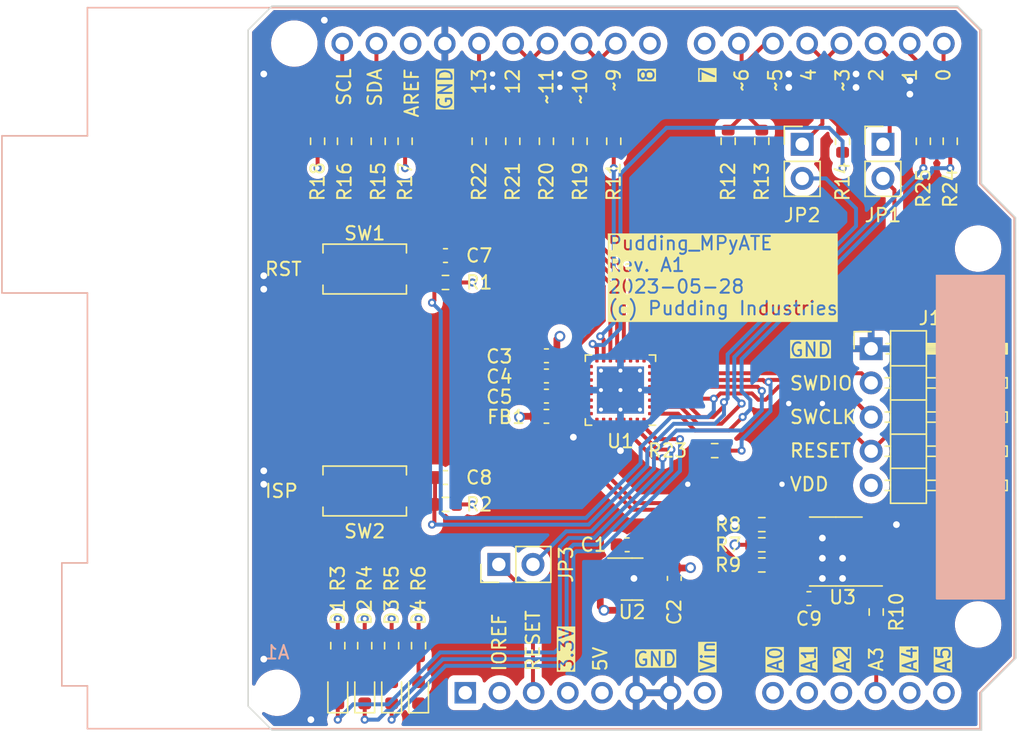
<source format=kicad_pcb>
(kicad_pcb (version 20221018) (generator pcbnew)

  (general
    (thickness 1.60623)
  )

  (paper "A4")
  (title_block
    (title "Pudding_MPyATE")
    (date "2023-05-28")
    (rev "A1")
    (company "Pudding Industries")
  )

  (layers
    (0 "F.Cu" signal)
    (1 "In1.Cu" signal)
    (2 "In2.Cu" signal)
    (31 "B.Cu" signal)
    (32 "B.Adhes" user "B.Adhesive")
    (33 "F.Adhes" user "F.Adhesive")
    (34 "B.Paste" user)
    (35 "F.Paste" user)
    (36 "B.SilkS" user "B.Silkscreen")
    (37 "F.SilkS" user "F.Silkscreen")
    (38 "B.Mask" user)
    (39 "F.Mask" user)
    (40 "Dwgs.User" user "User.Drawings")
    (41 "Cmts.User" user "User.Comments")
    (42 "Eco1.User" user "User.Eco1")
    (43 "Eco2.User" user "User.Eco2")
    (44 "Edge.Cuts" user)
    (45 "Margin" user)
    (46 "B.CrtYd" user "B.Courtyard")
    (47 "F.CrtYd" user "F.Courtyard")
    (48 "B.Fab" user)
    (49 "F.Fab" user)
    (50 "User.1" user)
    (51 "User.2" user)
    (52 "User.3" user)
    (53 "User.4" user)
    (54 "User.5" user)
    (55 "User.6" user)
    (56 "User.7" user)
    (57 "User.8" user)
    (58 "User.9" user)
  )

  (setup
    (stackup
      (layer "F.SilkS" (type "Top Silk Screen") (material "Direct Printing"))
      (layer "F.Paste" (type "Top Solder Paste"))
      (layer "F.Mask" (type "Top Solder Mask") (color "Green") (thickness 0.01) (material "Epoxy") (epsilon_r 3.8) (loss_tangent 0))
      (layer "F.Cu" (type "copper") (thickness 0.035052))
      (layer "dielectric 1" (type "prepreg") (color "FR4 natural") (thickness 0.210312 locked) (material "FR4") (epsilon_r 4.4) (loss_tangent 0.02))
      (layer "In1.Cu" (type "copper") (thickness 0.01524))
      (layer "dielectric 2" (type "core") (color "FR4 natural") (thickness 1.065022 locked) (material "FR4") (epsilon_r 4.48) (loss_tangent 0.02))
      (layer "In2.Cu" (type "copper") (thickness 0.01524))
      (layer "dielectric 3" (type "prepreg") (color "FR4 natural") (thickness 0.210312) (material "FR4") (epsilon_r 4.4) (loss_tangent 0.02))
      (layer "B.Cu" (type "copper") (thickness 0.035052))
      (layer "B.Mask" (type "Bottom Solder Mask") (thickness 0.01))
      (layer "B.Paste" (type "Bottom Solder Paste"))
      (layer "B.SilkS" (type "Bottom Silk Screen"))
      (copper_finish "HAL SnPb")
      (dielectric_constraints yes)
    )
    (pad_to_mask_clearance 0)
    (pcbplotparams
      (layerselection 0x00010fc_ffffffff)
      (plot_on_all_layers_selection 0x0000000_00000000)
      (disableapertmacros false)
      (usegerberextensions false)
      (usegerberattributes true)
      (usegerberadvancedattributes true)
      (creategerberjobfile true)
      (dashed_line_dash_ratio 12.000000)
      (dashed_line_gap_ratio 3.000000)
      (svgprecision 4)
      (plotframeref false)
      (viasonmask false)
      (mode 1)
      (useauxorigin false)
      (hpglpennumber 1)
      (hpglpenspeed 20)
      (hpglpendiameter 15.000000)
      (dxfpolygonmode true)
      (dxfimperialunits true)
      (dxfusepcbnewfont true)
      (psnegative false)
      (psa4output false)
      (plotreference true)
      (plotvalue true)
      (plotinvisibletext false)
      (sketchpadsonfab false)
      (subtractmaskfromsilk false)
      (outputformat 1)
      (mirror false)
      (drillshape 1)
      (scaleselection 1)
      (outputdirectory "")
    )
  )

  (net 0 "")
  (net 1 "unconnected-(A1-NC-Pad1)")
  (net 2 "unconnected-(A1-3V3-Pad4)")
  (net 3 "+5V")
  (net 4 "GND")
  (net 5 "unconnected-(A1-VIN-Pad8)")
  (net 6 "unconnected-(A1-A0-Pad9)")
  (net 7 "unconnected-(A1-A1-Pad10)")
  (net 8 "unconnected-(A1-A2-Pad11)")
  (net 9 "unconnected-(A1-SDA{slash}A4-Pad13)")
  (net 10 "unconnected-(A1-SCL{slash}A5-Pad14)")
  (net 11 "unconnected-(A1-D7-Pad22)")
  (net 12 "unconnected-(A1-D8-Pad23)")
  (net 13 "unconnected-(A1-AREF-Pad30)")
  (net 14 "VDD")
  (net 15 "unconnected-(U1-PIO0_25-Pad27)")
  (net 16 "unconnected-(U1-PIO0_21{slash}ACMP_I5-Pad10)")
  (net 17 "unconnected-(U1-PIO0_30-Pad21)")
  (net 18 "unconnected-(U1-PIO0_0{slash}ACMP_I1{slash}TDO-Pad24)")
  (net 19 "LPC_UART_RXD")
  (net 20 "LPC_UART_TXD")
  (net 21 "unconnected-(U2-NC-Pad4)")
  (net 22 "ARD_I2C_SDA")
  (net 23 "ARD_I2C_SCL")
  (net 24 "ARD_SPI_SCK")
  (net 25 "ARD_SPI_MISO")
  (net 26 "ARD_SPI_MOSI")
  (net 27 "ARD_SPI_CS")
  (net 28 "ARD_D9_PWM")
  (net 29 "ARD_D6_PWM")
  (net 30 "ARD_D5_PWM")
  (net 31 "ARD_LPC_ISP")
  (net 32 "ARD_D2_PWM")
  (net 33 "ARD_LPC_RST")
  (net 34 "ARD_UART_TXD")
  (net 35 "ARD_UART_RXD")
  (net 36 "ARD_ADC_IN")
  (net 37 "ARD_RST")
  (net 38 "ARD_IOREF")
  (net 39 "VDDA")
  (net 40 "LPC_RST")
  (net 41 "LPC_ISP")
  (net 42 "LPC_LED_R")
  (net 43 "Net-(D1-A)")
  (net 44 "LPC_LED_G")
  (net 45 "Net-(D2-A)")
  (net 46 "LPC_LED_B")
  (net 47 "Net-(D3-A)")
  (net 48 "Net-(D4-A)")
  (net 49 "LPC_SWDIO")
  (net 50 "LPC_SWCLK")
  (net 51 "LPC_ARD_RST")
  (net 52 "Net-(U3B-+)")
  (net 53 "OPA_ADC_IOREF")
  (net 54 "LPC_ADC_IOREF")
  (net 55 "OPA_DAC_OUT")
  (net 56 "LPC_IO3")
  (net 57 "LPC_IO2")
  (net 58 "LPC_IO1")
  (net 59 "LPC_IO0")
  (net 60 "LPC_I2C_SCL")
  (net 61 "LPC_I2C_SDA")
  (net 62 "LPC_SPI_CS")
  (net 63 "LPC_SPI_MOSI")
  (net 64 "LPC_SPI_MISO")
  (net 65 "LPC_SPI_SCK")
  (net 66 "LPC_DAC_OUT")
  (net 67 "unconnected-(U1-PIO0_24-Pad28)")
  (net 68 "unconnected-(U1-PIO0_23-Pad29)")
  (net 69 "unconnected-(U1-PIO0_8{slash}ADC_5-Pad19)")

  (footprint "Resistor_SMD:R_0603_1608Metric" (layer "F.Cu") (at 127.5 80.5 -90))

  (footprint "Resistor_SMD:R_0603_1608Metric" (layer "F.Cu") (at 125 80.5 -90))

  (footprint "Package_DFN_QFN:VQFN-32-1EP_5x5mm_P0.5mm_EP3.5x3.5mm_ThermalVias" (layer "F.Cu") (at 145.5 99 180))

  (footprint "Capacitor_SMD:C_0603_1608Metric" (layer "F.Cu") (at 132.5 105.5))

  (footprint "LED_SMD:LED_0603_1608Metric" (layer "F.Cu") (at 128.5 121.5 90))

  (footprint "Package_TO_SOT_SMD:SOT-23-5" (layer "F.Cu") (at 146.3625 113.05))

  (footprint "Resistor_SMD:R_0603_1608Metric" (layer "F.Cu") (at 140 80.5 -90))

  (footprint "Resistor_SMD:R_0603_1608Metric" (layer "F.Cu") (at 145 80.5 -90))

  (footprint "Package_SO:SOP-8_3.9x4.9mm_P1.27mm" (layer "F.Cu") (at 161.5 111 180))

  (footprint "Capacitor_SMD:C_0603_1608Metric" (layer "F.Cu") (at 159.5 114.5))

  (footprint "Connector_PinHeader_2.54mm:PinHeader_1x02_P2.54mm_Vertical" (layer "F.Cu") (at 165 80.725))

  (footprint "Resistor_SMD:R_0603_1608Metric" (layer "F.Cu") (at 132.5 107.5 180))

  (footprint "Resistor_SMD:R_0603_1608Metric" (layer "F.Cu") (at 156 112 180))

  (footprint "Resistor_SMD:R_0603_1608Metric" (layer "F.Cu") (at 142.5 80.5 -90))

  (footprint "LED_SMD:LED_0603_1608Metric" (layer "F.Cu") (at 126.5 121.5 90))

  (footprint "Capacitor_SMD:C_0603_1608Metric" (layer "F.Cu") (at 149.5 113 -90))

  (footprint "Capacitor_SMD:C_0603_1608Metric" (layer "F.Cu") (at 132.5 89))

  (footprint "Connector_PinHeader_2.54mm:PinHeader_1x02_P2.54mm_Vertical" (layer "F.Cu") (at 136.46 111.96 90))

  (footprint "Resistor_SMD:R_0603_1608Metric" (layer "F.Cu") (at 153.5 80.5 -90))

  (footprint "Capacitor_SMD:C_0603_1608Metric" (layer "F.Cu") (at 140 99.45 180))

  (footprint "Resistor_SMD:R_0603_1608Metric" (layer "F.Cu") (at 124.5 118 -90))

  (footprint "Resistor_SMD:R_0603_1608Metric" (layer "F.Cu") (at 162 80.5 -90))

  (footprint "Resistor_SMD:R_0603_1608Metric" (layer "F.Cu") (at 164.5 115.5 90))

  (footprint "Inductor_SMD:L_0603_1608Metric" (layer "F.Cu") (at 140 100.95))

  (footprint "Resistor_SMD:R_0603_1608Metric" (layer "F.Cu") (at 137.5 80.5 -90))

  (footprint "Resistor_SMD:R_0603_1608Metric" (layer "F.Cu") (at 129.5 80.5 90))

  (footprint "Resistor_SMD:R_0603_1608Metric" (layer "F.Cu") (at 130.5 118 -90))

  (footprint "LED_SMD:LED_0603_1608Metric" (layer "F.Cu") (at 124.5 121.5 90))

  (footprint "Capacitor_SMD:C_0603_1608Metric" (layer "F.Cu") (at 146 110.5))

  (footprint "Resistor_SMD:R_0603_1608Metric" (layer "F.Cu") (at 128.5 118 -90))

  (footprint "Button_Switch_SMD:SW_SPST_EVQPE1" (layer "F.Cu") (at 126.5 90))

  (footprint "Button_Switch_SMD:SW_SPST_EVQPE1" (layer "F.Cu") (at 126.5 106.5))

  (footprint "Resistor_SMD:R_0603_1608Metric" (layer "F.Cu") (at 170 80.5 -90))

  (footprint "Connector_PinHeader_2.54mm:PinHeader_1x02_P2.54mm_Vertical" (layer "F.Cu") (at 159 80.725))

  (footprint "Resistor_SMD:R_0603_1608Metric" (layer "F.Cu") (at 123 80.5 90))

  (footprint "Resistor_SMD:R_0603_1608Metric" (layer "F.Cu") (at 156 110.5))

  (footprint "Capacitor_SMD:C_0603_1608Metric" (layer "F.Cu") (at 140 97.95 180))

  (footprint "Connector_PinHeader_2.54mm:PinHeader_1x05_P2.54mm_Horizontal" (layer "F.Cu") (at 164.125 95.925))

  (footprint "Resistor_SMD:R_0603_1608Metric" (layer "F.Cu") (at 126.5 118 -90))

  (footprint "Resistor_SMD:R_0603_1608Metric" (layer "F.Cu") (at 156 109))

  (footprint "Resistor_SMD:R_0603_1608Metric" (layer "F.Cu") (at 152.5 103.5 180))

  (footprint "Resistor_SMD:R_0603_1608Metric" (layer "F.Cu") (at 168 80.5 -90))

  (footprint "LED_SMD:LED_0603_1608Metric" (layer "F.Cu") (at 130.5 121.5 90))

  (footprint "Resistor_SMD:R_0603_1608Metric" (layer "F.Cu") (at 132.5 91 180))

  (footprint "Resistor_SMD:R_0603_1608Metric" (layer "F.Cu") (at 156 80.5 -90))

  (footprint "Capacitor_SMD:C_0603_1608Metric" (layer "F.Cu") (at 140 96.45 180))

  (footprint "Resistor_SMD:R_0603_1608Metric" (layer "F.Cu") (at 135 80.5 -90))

  (footprint "Module:Arduino_UNO_R3_WithMountingHoles" (layer "B.Cu")
    (tstamp 7a3ac859-dd37-46aa-abea-44f9c1a9d4a4)
    (at 133.97 121.5)
    (descr "Arduino UNO R3, http://www.mouser.com/pdfdocs/Gravitech_Arduino_Nano3_0.pdf")
    (tags "Arduino UNO R3")
    (property "Sheetfile" "Pudding_MPyATE.kicad_sch")
    (property "Sheetname" "")
    (property "exclude_from_bom" "")
    (property "ki_description" "Arduino UNO Microcontroller Module, release 3")
    (property "ki_keywords" "Arduino UNO R3 Microcontroller Module Atmel AVR USB")
    (path "/3d78edc7-08a6-47a4-87e4-950a779aa0a8")
    (attr through_hole exclude_from_bom)
    (fp_text reference "A1" (at -13.97 -3 180) (layer "B.SilkS")
        (effects (font (size 1 1) (thickness 0.15)) (justify mirror))
      (tstamp 02ac3f16-3aee-4b0f-b7bb-ec6359420110)
    )
    (fp_text value "Arduino_UNO_R3" (at 0 -22.86 180) (layer "B.Fab")
        (effects (font (size 1 1) (thickness 0.15)) (justify mirror))
      (tstamp cb36f639-f4db-45a4-abb5-9584906acb7f)
    )
    (fp_text user "${REFERENCE}" (at 4.5 -19.32 180) (layer "B.Fab")
        (effects (font (size 1 1) (thickness 0.15)) (justify mirror))
      (tstamp 3a6610cd-819a-4cdf-99b7-83c4b75fe087)
    )
    (fp_line (start -34.42 -41.4) (end -28.07 -41.4)
      (stroke (width 0.12) (type solid)) (layer "B.SilkS") (tstamp 18308e55-a986-4cd9-9661-f395ac5ffefa))
    (fp_line (start -34.42 -29.72) (end -34.42 -41.4)
      (stroke (width 0.12) (type solid)) (layer "B.SilkS") (tstamp 21e683f0-e79c-459b-9922-e9788a512542))
    (fp_line (start -29.97 -9.65) (end -28.07 -9.65)
      (stroke (width 0.12) (type solid)) (layer "B.SilkS") (tstamp 213fa508-c160-4f4a-a4fa-c771909bc95d))
    (fp_line (start -29.97 -0.51) (end -29.97 -9.65)
      (stroke (width 0.12) (type solid)) (layer "B.SilkS") (tstamp 8926e288-f9ea-4134-845a-c12d216257f4))
    (fp_line (start -28.07 -50.93) (end 36.58 -50.93)
      (stroke (width 0.12) (type solid)) (layer "B.SilkS") (tstamp 18142d1d-0809-4a8f-a6c4-319edfbda54c))
    (fp_line (start -28.07 -41.4) (end -28.07 -50.93)
      (stroke (width 0.12) (type solid)) (layer "B.SilkS") (tstamp 1830c327-2920-4f64-b25c-d5b23350facf))
    (fp_line (start -28.07 -29.72) (end -34.42 -29.72)
      (stroke (width 0.12) (type solid)) (layer "B.SilkS") (tstamp 2a38f7de-eb4f-492d-aa45-9aa9cac55244))
    (fp_line (start -28.07 -9.65) (end -28.07 -29.72)
      (stroke (width 0.12) (type solid)) (layer "B.SilkS") (tstamp 78101cc0-a184-4904-bad9-da6cdcecba93))
    (fp_line (start -28.07 -0.51) (end -29.97 -0.51)
      (stroke (width 0.12) (type solid)) (layer "B.SilkS") (tstamp a9964778-d0d4-459e-b74f-e0efbef9df55))
    (fp_line (start -28.07 2.67) (end -28.07 -0.51)
      (stroke (width 0.12) (type solid)) (layer "B.SilkS") (tstamp 831d4f8b-92b1-42a6-bbd8-68bca4bbc901))
    (fp_line (start 36.58 -50.93) (end 38.23 -49.28)
      (stroke (width 0.12) (type solid)) (layer "B.SilkS") (tstamp 4c2de4a2-669c-43a3-8620-b8a469fc13a1))
    (fp_line (start 38.23 -49.28) (end 38.23 -37.85)
      (stroke (width 0.12) (type solid)) (layer "B.SilkS") (tstamp c17a61c4-8865-4e88-851b-8f6c43b4fbdc))
    (fp_line (start 38.23 -37.85) (end 40.77 -35.31)
      (stroke (width 0.12) (type solid)) (layer "B.SilkS") (tstamp 440cb76b-990f-4b60-9d1d-b3f70724112e))
    (fp_line (start 38.23 0) (end 38.23 2.67)
      (stroke (width 0.12) (type solid)) (layer "B.SilkS") (tstamp bbeb0c06-d4c1-47fc-bec6-6ed404169fc3))
    (fp_line (start 38.23 2.67) (end -28.07 2.67)
      (stroke (width 0.12) (type solid)) (layer "B.SilkS") (tstamp 1fc688e4-0e19-4920-a2cc-d8abf6bb1174))
    (fp_line (start 40.77 -35.31) (end 40.77 -2.54)
      (stroke (width 0.12) (type solid)) (layer "B.SilkS") (tstamp 1d4f7a7c-b8e6-4f48-984e-b6a13635624c))
    (fp_line (start 40.77 -2.54) (end 38.23 0)
      (stroke (width 0.12) (type solid)) (layer "B.SilkS") (tstamp 618bb0ea-5d5b-4312-9e3a-5d3c7825ed6b))
    (fp_line (start -34.54 -41.53) (end -34.54 -29.59)
      (stroke (width 0.05) (type solid)) (layer "B.CrtYd") (tstamp f6753d67-a51a-4c9e-8339-3d600f51a2ce))
    (fp_line (start -34.54 -29.59) (end -28.19 -29.59)
      (stroke (width 0.05) (type solid)) (layer "B.CrtYd") (tstamp d4fef791-f263-4d7f-9d3b-aa716e434288))
    (fp_line (start -30.1 -9.78) (end -30.1 -0.38)
      (stroke (width 0.05) (type solid)) (layer "B.CrtYd") (tstamp 19b6b21d-e0fc-46da-837a-a11687b29066))
    (fp_line (start -30.1 -0.38) (end -28.19 -0.38)
      (stroke (width 0.05) (type solid)) (layer "B.CrtYd") (tstamp 479d2433-2a02-47e0-8af0-74f71626ddf2))
    (fp_line (start -28.19 -51.05) (end -28.19 -41.53)
      (stroke (width 0.05) (type solid)) (layer "B.CrtYd") (tstamp 9f2d7970-ebbb-48fe-84b5-20e2591daf4f))
    (fp_line (start -28.19 -41.53) (end -34.54 -41.53)
      (stroke (width 0.05) (type solid)) (layer "B.CrtYd") (tstamp 0ca5e0ed-7c7b-45e2-972d-7be6d1578b72))
    (fp_line (start -28.19 -29.59) (end -28.19 -9.78)
      (stroke (width 0.05) (type solid)) (layer "B.CrtYd") (tstamp ed581bf4-b9c5-41ed-99ca-467fe8f3092b))
    (fp_line (start -28.19 -9.78) (end -30.1 -9.78)
      (stroke (width 0.05) (type solid)) (layer "B.CrtYd") (tstamp 6ef6896e-8487-44b7-81b9-2ff4abb776e9))
    (fp_line (start -28.19 -0.38) (end -28.19 2.79)
      (stroke (width 0.05) (type solid)) (layer "B.CrtYd") (tstamp 9fa7dfe1-dfa5-4f9e-aeff-44c11417961a))
    (fp_line (start -28.19 2.79) (end 38.35 2.79)
      (stroke (width 0.05) (type solid)) (layer "B.CrtYd") (tstamp 762232bd-8b1d-4863-a78c-7fba1e621f6f))
    (fp_line (start 36.58 -51.05) (end -28.19 -51.05)
      (stroke (width 0.05) (type solid)) (layer "B.CrtYd") (tstamp f5491f82-0206-47d7-aa25-6d19832fdfe6))
    (fp_line (start 38.35 -49.28) (end 36.58 -51.05)
      (stroke (width 0.05) (type solid)) (layer "B.CrtYd") (tstamp 655ad589-3554-47ae-b26c-8ea4814b3491))
    (fp_line (start 38.35 -37.85) (end 38.35 -49.28)
      (stroke (width 0.05) (type solid)) (layer "B.CrtYd") (tstamp 294b34c1-5b07-454f-b553-fe31be5cd483))
    (fp_line (start 38.35 0) (end 40.89 -2.54)
      (stroke (width 0.05) (type solid)) (layer "B.CrtYd") (tstamp 3d2ad95c-cd9f-42df-ae6f-19cff8ef6a8a))
    (fp_line (start 38.35 2.79) (end 38.35 0)
      (stroke (width 0.05) (type solid)) (layer "B.CrtYd") (tstamp 3b084d41-a758-4ded-9052-a256585af5a2))
    (fp_line (start 40.89 -35.31) (end 38.35 -37.85)
      (stroke (width 0.05) (type solid)) (layer "B.CrtYd") (tstamp 77f26963-2c7f-47d6-9d91-e1fb56810864))
    (fp_line (start 40.89 -2.54) (end 40.89 -35.31)
      (stroke (width 0.05) (type solid)) (layer "B.CrtYd") (tstamp fc53cbeb-49a7-48cf-91ab-11f6311e4a26))
    (fp_line (start -34.29 -41.27) (end -34.29 -29.84)
      (stroke (width 0.1) (type solid)) (layer "B.Fab") (tstamp dc550047-5413-4a58-abdb-92f9a5aa3ba1))
    (fp_line (start -34.29 -29.84) (end -18.41 -29.84)
      (stroke (width 0.1) (type solid)) (layer "B.Fab") (tstamp 0ec689fd-fc4c-464b-9c63-f8c94e39e139))
    (fp_line (start -29.84 -9.53) (end -29.84 -0.64)
      (stroke (width 0.1) (type solid)) (layer "B.Fab") (tstamp 241060f5-a4c2-4e3e-a2a5-3dc9ccc714a3))
    (fp_line (start -29.84 -0.64) (end -16.51 -0.64)
      (stroke (width 0.1) (type solid)) (layer "B.Fab") (tstamp 1aa84495-b2df-46d4-9dcf-fd37c6e5687d))
    (fp_line (start -27.94 -50.8) (end -27.94 2.54)
      (stroke (width 0.1) (type solid)) (layer "B.Fab") (tstamp cc8f3b3e-6072-4b08-ab02-d1045db55e5e))
    (fp_line (start -27.94 2.54) (end 38.1 2.54)
      (stroke (width 0.1) (type solid)) (layer "B.Fab") (tstamp 93a6a21c-46f6-4785-a6e6-e7f45f647925))
    (f
... [771161 chars truncated]
</source>
